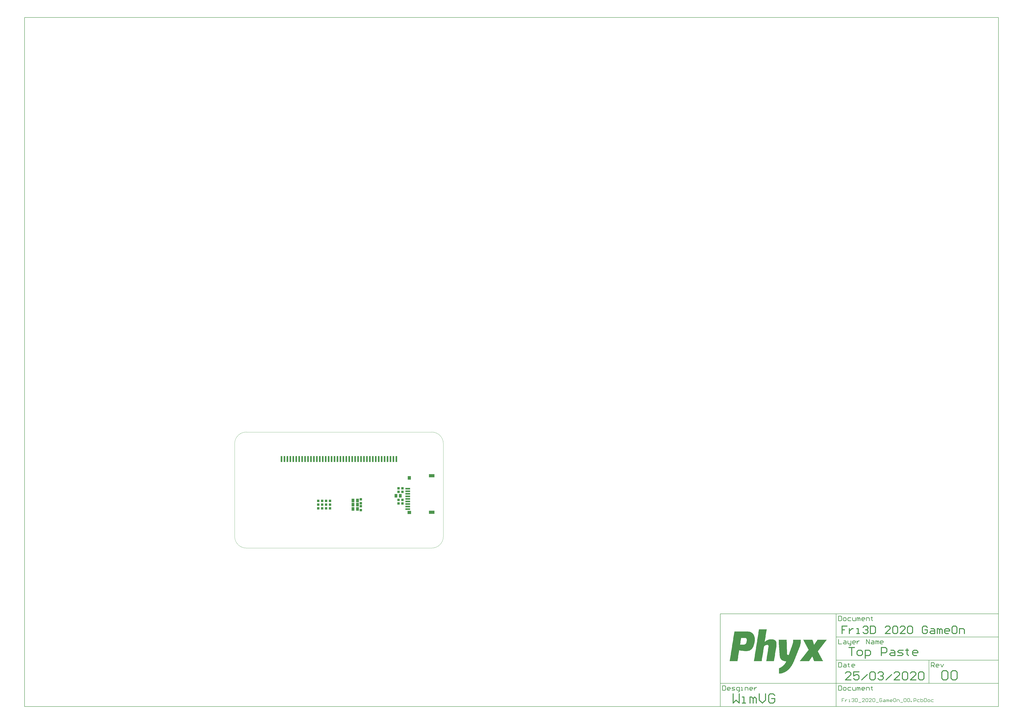
<source format=gtp>
G04*
G04 #@! TF.GenerationSoftware,Altium Limited,Altium Designer,20.0.13 (296)*
G04*
G04 Layer_Color=8421504*
%FSLAX25Y25*%
%MOIN*%
G70*
G01*
G75*
%ADD12C,0.00787*%
%ADD14C,0.01575*%
%ADD15C,0.00394*%
%ADD16C,0.00984*%
%ADD17R,0.03150X0.09843*%
%ADD18R,0.04331X0.03937*%
%ADD19R,0.07874X0.02756*%
%ADD20R,0.05512X0.06299*%
%ADD21R,0.06299X0.05512*%
%ADD22R,0.09449X0.05512*%
%ADD23R,0.03937X0.04331*%
%ADD24R,0.04724X0.05906*%
%ADD25R,0.05118X0.05906*%
G36*
X872201Y-141778D02*
X873919D01*
Y-142065D01*
X874778D01*
Y-142351D01*
X875637D01*
Y-142637D01*
X876496D01*
Y-142924D01*
X877069D01*
Y-143210D01*
X877355D01*
Y-143496D01*
X877928D01*
Y-143783D01*
X878214D01*
Y-144069D01*
X878786D01*
Y-144355D01*
X879073D01*
Y-144641D01*
X879359D01*
Y-144928D01*
X879646D01*
Y-145214D01*
X879932D01*
Y-145501D01*
X880218D01*
Y-145787D01*
X880504D01*
Y-146073D01*
Y-146359D01*
X880791D01*
Y-146646D01*
X881077D01*
Y-146932D01*
Y-147218D01*
X881363D01*
Y-147505D01*
X881650D01*
Y-147791D01*
Y-148077D01*
X881936D01*
Y-148364D01*
Y-148650D01*
Y-148936D01*
X882222D01*
Y-149223D01*
Y-149509D01*
Y-149795D01*
X882509D01*
Y-150082D01*
Y-150368D01*
Y-150654D01*
Y-150940D01*
X882795D01*
Y-151227D01*
Y-151513D01*
Y-151799D01*
Y-152086D01*
Y-152372D01*
X883081D01*
Y-152658D01*
Y-152945D01*
Y-153231D01*
Y-153517D01*
Y-153804D01*
Y-154090D01*
Y-154376D01*
Y-154663D01*
Y-154949D01*
Y-155235D01*
Y-155521D01*
Y-155808D01*
Y-156094D01*
Y-156380D01*
Y-156667D01*
Y-156953D01*
Y-157239D01*
Y-157526D01*
Y-157812D01*
Y-158098D01*
X882795D01*
Y-158385D01*
Y-158671D01*
Y-158957D01*
Y-159244D01*
Y-159530D01*
Y-159816D01*
Y-160102D01*
X882509D01*
Y-160389D01*
Y-160675D01*
Y-160961D01*
Y-161248D01*
Y-161534D01*
X882222D01*
Y-161820D01*
Y-162107D01*
Y-162393D01*
Y-162679D01*
Y-162966D01*
X881936D01*
Y-163252D01*
Y-163538D01*
Y-163824D01*
X881650D01*
Y-164111D01*
Y-164397D01*
Y-164683D01*
Y-164970D01*
X881363D01*
Y-165256D01*
Y-165542D01*
Y-165829D01*
X881077D01*
Y-166115D01*
Y-166401D01*
X880791D01*
Y-166688D01*
Y-166974D01*
Y-167260D01*
X880504D01*
Y-167547D01*
Y-167833D01*
X880218D01*
Y-168119D01*
Y-168405D01*
X879932D01*
Y-168692D01*
Y-168978D01*
X879646D01*
Y-169264D01*
X879359D01*
Y-169551D01*
Y-169837D01*
X879073D01*
Y-170123D01*
X878786D01*
Y-170410D01*
X878500D01*
Y-170696D01*
Y-170982D01*
X878214D01*
Y-171269D01*
X877928D01*
Y-171555D01*
X877641D01*
Y-171841D01*
X877355D01*
Y-172127D01*
X877069D01*
Y-172414D01*
X876496D01*
Y-172700D01*
X876210D01*
Y-172986D01*
X875637D01*
Y-173273D01*
X875351D01*
Y-173559D01*
X874778D01*
Y-173845D01*
X873919D01*
Y-174132D01*
X873060D01*
Y-174418D01*
X872201D01*
Y-174704D01*
X870483D01*
Y-174991D01*
X865330D01*
Y-174704D01*
X862753D01*
Y-174418D01*
X860749D01*
Y-174132D01*
X859317D01*
Y-173845D01*
X857886D01*
Y-173559D01*
X856454D01*
Y-173845D01*
Y-174132D01*
Y-174418D01*
Y-174704D01*
Y-174991D01*
Y-175277D01*
Y-175563D01*
X856168D01*
Y-175850D01*
Y-176136D01*
Y-176422D01*
Y-176709D01*
Y-176995D01*
Y-177281D01*
X855882D01*
Y-177568D01*
Y-177854D01*
Y-178140D01*
Y-178426D01*
Y-178713D01*
Y-178999D01*
X855595D01*
Y-179285D01*
Y-179572D01*
Y-179858D01*
Y-180144D01*
Y-180431D01*
Y-180717D01*
Y-181003D01*
X855309D01*
Y-181290D01*
Y-181576D01*
Y-181862D01*
Y-182149D01*
Y-182435D01*
Y-182721D01*
X855023D01*
Y-183007D01*
Y-183294D01*
Y-183580D01*
Y-183866D01*
Y-184153D01*
Y-184439D01*
X854736D01*
Y-184725D01*
Y-185012D01*
Y-185298D01*
Y-185584D01*
Y-185871D01*
Y-186157D01*
Y-186443D01*
X854450D01*
Y-186730D01*
Y-187016D01*
Y-187302D01*
Y-187588D01*
Y-187875D01*
Y-188161D01*
X854164D01*
Y-188447D01*
Y-188734D01*
Y-189020D01*
Y-189306D01*
Y-189593D01*
Y-189879D01*
X853877D01*
Y-190165D01*
Y-190452D01*
Y-190738D01*
Y-191024D01*
Y-191311D01*
Y-191597D01*
Y-191883D01*
X840421D01*
Y-191597D01*
X840707D01*
Y-191311D01*
Y-191024D01*
Y-190738D01*
Y-190452D01*
Y-190165D01*
X840993D01*
Y-189879D01*
Y-189593D01*
Y-189306D01*
Y-189020D01*
Y-188734D01*
Y-188447D01*
Y-188161D01*
X841280D01*
Y-187875D01*
Y-187588D01*
Y-187302D01*
Y-187016D01*
Y-186730D01*
Y-186443D01*
X841566D01*
Y-186157D01*
Y-185871D01*
Y-185584D01*
Y-185298D01*
Y-185012D01*
Y-184725D01*
X841852D01*
Y-184439D01*
Y-184153D01*
Y-183866D01*
Y-183580D01*
Y-183294D01*
Y-183007D01*
Y-182721D01*
X842138D01*
Y-182435D01*
Y-182149D01*
Y-181862D01*
Y-181576D01*
Y-181290D01*
Y-181003D01*
X842425D01*
Y-180717D01*
Y-180431D01*
Y-180144D01*
Y-179858D01*
Y-179572D01*
Y-179285D01*
X842711D01*
Y-178999D01*
Y-178713D01*
Y-178426D01*
Y-178140D01*
Y-177854D01*
Y-177568D01*
X842997D01*
Y-177281D01*
Y-176995D01*
Y-176709D01*
Y-176422D01*
Y-176136D01*
Y-175850D01*
Y-175563D01*
X843284D01*
Y-175277D01*
Y-174991D01*
Y-174704D01*
Y-174418D01*
Y-174132D01*
Y-173845D01*
X843570D01*
Y-173559D01*
Y-173273D01*
Y-172986D01*
Y-172700D01*
Y-172414D01*
Y-172127D01*
X843856D01*
Y-171841D01*
Y-171555D01*
Y-171269D01*
Y-170982D01*
Y-170696D01*
Y-170410D01*
X844143D01*
Y-170123D01*
Y-169837D01*
Y-169551D01*
Y-169264D01*
Y-168978D01*
Y-168692D01*
Y-168405D01*
X844429D01*
Y-168119D01*
Y-167833D01*
Y-167547D01*
Y-167260D01*
Y-166974D01*
Y-166688D01*
X844715D01*
Y-166401D01*
Y-166115D01*
Y-165829D01*
Y-165542D01*
Y-165256D01*
Y-164970D01*
X845002D01*
Y-164683D01*
Y-164397D01*
Y-164111D01*
Y-163824D01*
Y-163538D01*
Y-163252D01*
Y-162966D01*
X845288D01*
Y-162679D01*
Y-162393D01*
Y-162107D01*
Y-161820D01*
Y-161534D01*
Y-161248D01*
X845574D01*
Y-160961D01*
Y-160675D01*
Y-160389D01*
Y-160102D01*
Y-159816D01*
Y-159530D01*
X845861D01*
Y-159244D01*
Y-158957D01*
Y-158671D01*
Y-158385D01*
Y-158098D01*
Y-157812D01*
X846147D01*
Y-157526D01*
Y-157239D01*
Y-156953D01*
Y-156667D01*
Y-156380D01*
Y-156094D01*
Y-155808D01*
X846433D01*
Y-155521D01*
Y-155235D01*
Y-154949D01*
Y-154663D01*
Y-154376D01*
Y-154090D01*
X846719D01*
Y-153804D01*
Y-153517D01*
Y-153231D01*
Y-152945D01*
Y-152658D01*
Y-152372D01*
X847006D01*
Y-152086D01*
Y-151799D01*
Y-151513D01*
Y-151227D01*
Y-150940D01*
Y-150654D01*
Y-150368D01*
X847292D01*
Y-150082D01*
Y-149795D01*
Y-149509D01*
Y-149223D01*
Y-148936D01*
Y-148650D01*
X847578D01*
Y-148364D01*
Y-148077D01*
Y-147791D01*
Y-147505D01*
Y-147218D01*
Y-146932D01*
X847865D01*
Y-146646D01*
Y-146359D01*
Y-146073D01*
Y-145787D01*
Y-145501D01*
Y-145214D01*
Y-144928D01*
X848151D01*
Y-144641D01*
Y-144355D01*
Y-144069D01*
Y-143783D01*
Y-143496D01*
Y-143210D01*
X848437D01*
Y-142924D01*
Y-142637D01*
Y-142351D01*
Y-142065D01*
Y-141778D01*
Y-141492D01*
X872201D01*
Y-141778D01*
D02*
G37*
G36*
X903409Y-138343D02*
Y-138629D01*
X903123D01*
Y-138915D01*
Y-139202D01*
Y-139488D01*
Y-139774D01*
Y-140060D01*
Y-140347D01*
X902837D01*
Y-140633D01*
Y-140919D01*
Y-141206D01*
Y-141492D01*
Y-141778D01*
Y-142065D01*
X902551D01*
Y-142351D01*
Y-142637D01*
Y-142924D01*
Y-143210D01*
Y-143496D01*
Y-143783D01*
Y-144069D01*
X902264D01*
Y-144355D01*
Y-144641D01*
Y-144928D01*
Y-145214D01*
Y-145501D01*
Y-145787D01*
X901978D01*
Y-146073D01*
Y-146359D01*
Y-146646D01*
Y-146932D01*
Y-147218D01*
Y-147505D01*
X901692D01*
Y-147791D01*
Y-148077D01*
Y-148364D01*
Y-148650D01*
Y-148936D01*
Y-149223D01*
Y-149509D01*
X901405D01*
Y-149795D01*
Y-150082D01*
Y-150368D01*
Y-150654D01*
Y-150940D01*
Y-151227D01*
X901119D01*
Y-151513D01*
Y-151799D01*
Y-152086D01*
Y-152372D01*
Y-152658D01*
Y-152945D01*
X900833D01*
Y-153231D01*
Y-153517D01*
Y-153804D01*
Y-154090D01*
Y-154376D01*
Y-154663D01*
X900546D01*
Y-154949D01*
Y-155235D01*
Y-155521D01*
Y-155808D01*
Y-156094D01*
Y-156380D01*
Y-156667D01*
X900260D01*
Y-156953D01*
Y-157239D01*
Y-157526D01*
Y-157812D01*
Y-158098D01*
Y-158385D01*
X899974D01*
Y-158671D01*
Y-158957D01*
X900546D01*
Y-158671D01*
X900833D01*
Y-158385D01*
X901119D01*
Y-158098D01*
X901692D01*
Y-157812D01*
X901978D01*
Y-157526D01*
X902264D01*
Y-157239D01*
X902837D01*
Y-156953D01*
X903409D01*
Y-156667D01*
X903696D01*
Y-156380D01*
X904268D01*
Y-156094D01*
X905127D01*
Y-155808D01*
X905700D01*
Y-155521D01*
X906559D01*
Y-155235D01*
X907990D01*
Y-154949D01*
X914289D01*
Y-155235D01*
X915435D01*
Y-155521D01*
X916294D01*
Y-155808D01*
X916866D01*
Y-156094D01*
X917153D01*
Y-156380D01*
X917725D01*
Y-156667D01*
X918011D01*
Y-156953D01*
X918298D01*
Y-157239D01*
X918584D01*
Y-157526D01*
X918870D01*
Y-157812D01*
Y-158098D01*
X919157D01*
Y-158385D01*
Y-158671D01*
X919443D01*
Y-158957D01*
Y-159244D01*
Y-159530D01*
X919729D01*
Y-159816D01*
Y-160102D01*
Y-160389D01*
Y-160675D01*
X920016D01*
Y-160961D01*
Y-161248D01*
Y-161534D01*
Y-161820D01*
Y-162107D01*
Y-162393D01*
Y-162679D01*
Y-162966D01*
Y-163252D01*
Y-163538D01*
Y-163824D01*
Y-164111D01*
Y-164397D01*
Y-164683D01*
Y-164970D01*
Y-165256D01*
Y-165542D01*
Y-165829D01*
X919729D01*
Y-166115D01*
Y-166401D01*
Y-166688D01*
Y-166974D01*
Y-167260D01*
Y-167547D01*
Y-167833D01*
X919443D01*
Y-168119D01*
Y-168405D01*
Y-168692D01*
Y-168978D01*
Y-169264D01*
Y-169551D01*
Y-169837D01*
X919157D01*
Y-170123D01*
Y-170410D01*
Y-170696D01*
Y-170982D01*
Y-171269D01*
Y-171555D01*
X918870D01*
Y-171841D01*
Y-172127D01*
Y-172414D01*
Y-172700D01*
Y-172986D01*
Y-173273D01*
X918584D01*
Y-173559D01*
Y-173845D01*
Y-174132D01*
Y-174418D01*
Y-174704D01*
Y-174991D01*
X918298D01*
Y-175277D01*
Y-175563D01*
Y-175850D01*
Y-176136D01*
Y-176422D01*
Y-176709D01*
Y-176995D01*
X918011D01*
Y-177281D01*
Y-177568D01*
Y-177854D01*
Y-178140D01*
Y-178426D01*
Y-178713D01*
X917725D01*
Y-178999D01*
Y-179285D01*
Y-179572D01*
Y-179858D01*
Y-180144D01*
Y-180431D01*
X917439D01*
Y-180717D01*
Y-181003D01*
Y-181290D01*
Y-181576D01*
Y-181862D01*
Y-182149D01*
Y-182435D01*
X917153D01*
Y-182721D01*
Y-183007D01*
Y-183294D01*
Y-183580D01*
Y-183866D01*
Y-184153D01*
X916866D01*
Y-184439D01*
Y-184725D01*
Y-185012D01*
Y-185298D01*
Y-185584D01*
Y-185871D01*
X916580D01*
Y-186157D01*
Y-186443D01*
Y-186730D01*
Y-187016D01*
Y-187302D01*
Y-187588D01*
X916294D01*
Y-187875D01*
Y-188161D01*
Y-188447D01*
Y-188734D01*
Y-189020D01*
Y-189306D01*
Y-189593D01*
X916007D01*
Y-189879D01*
Y-190165D01*
Y-190452D01*
Y-190738D01*
Y-191024D01*
Y-191311D01*
X915721D01*
Y-191597D01*
Y-191883D01*
X902551D01*
Y-191597D01*
Y-191311D01*
X902837D01*
Y-191024D01*
Y-190738D01*
Y-190452D01*
Y-190165D01*
Y-189879D01*
Y-189593D01*
X903123D01*
Y-189306D01*
Y-189020D01*
Y-188734D01*
Y-188447D01*
Y-188161D01*
Y-187875D01*
Y-187588D01*
X903409D01*
Y-187302D01*
Y-187016D01*
Y-186730D01*
Y-186443D01*
Y-186157D01*
Y-185871D01*
X903696D01*
Y-185584D01*
Y-185298D01*
Y-185012D01*
Y-184725D01*
Y-184439D01*
Y-184153D01*
X903982D01*
Y-183866D01*
Y-183580D01*
Y-183294D01*
Y-183007D01*
Y-182721D01*
Y-182435D01*
Y-182149D01*
X904268D01*
Y-181862D01*
Y-181576D01*
Y-181290D01*
Y-181003D01*
Y-180717D01*
Y-180431D01*
X904555D01*
Y-180144D01*
Y-179858D01*
Y-179572D01*
Y-179285D01*
Y-178999D01*
Y-178713D01*
Y-178426D01*
X904841D01*
Y-178140D01*
Y-177854D01*
Y-177568D01*
Y-177281D01*
Y-176995D01*
Y-176709D01*
X905127D01*
Y-176422D01*
Y-176136D01*
Y-175850D01*
Y-175563D01*
Y-175277D01*
Y-174991D01*
X905414D01*
Y-174704D01*
Y-174418D01*
Y-174132D01*
Y-173845D01*
Y-173559D01*
Y-173273D01*
X905700D01*
Y-172986D01*
Y-172700D01*
Y-172414D01*
Y-172127D01*
Y-171841D01*
Y-171555D01*
Y-171269D01*
X905986D01*
Y-170982D01*
Y-170696D01*
Y-170410D01*
Y-170123D01*
Y-169837D01*
Y-169551D01*
X906273D01*
Y-169264D01*
Y-168978D01*
Y-168692D01*
Y-168405D01*
Y-168119D01*
Y-167833D01*
Y-167547D01*
X906559D01*
Y-167260D01*
Y-166974D01*
Y-166688D01*
Y-166401D01*
Y-166115D01*
Y-165829D01*
X906273D01*
Y-165542D01*
Y-165256D01*
X905986D01*
Y-164970D01*
X905700D01*
Y-164683D01*
X905127D01*
Y-164397D01*
X903409D01*
Y-164683D01*
X901978D01*
Y-164970D01*
X901119D01*
Y-165256D01*
X900546D01*
Y-165542D01*
X900260D01*
Y-165829D01*
X899687D01*
Y-166115D01*
X899401D01*
Y-166401D01*
X899115D01*
Y-166688D01*
Y-166974D01*
X898828D01*
Y-167260D01*
Y-167547D01*
Y-167833D01*
X898542D01*
Y-168119D01*
Y-168405D01*
Y-168692D01*
Y-168978D01*
Y-169264D01*
Y-169551D01*
X898256D01*
Y-169837D01*
Y-170123D01*
Y-170410D01*
Y-170696D01*
Y-170982D01*
Y-171269D01*
Y-171555D01*
X897970D01*
Y-171841D01*
Y-172127D01*
Y-172414D01*
Y-172700D01*
Y-172986D01*
Y-173273D01*
X897683D01*
Y-173559D01*
Y-173845D01*
Y-174132D01*
Y-174418D01*
Y-174704D01*
Y-174991D01*
X897397D01*
Y-175277D01*
Y-175563D01*
Y-175850D01*
Y-176136D01*
Y-176422D01*
Y-176709D01*
X897111D01*
Y-176995D01*
Y-177281D01*
Y-177568D01*
Y-177854D01*
Y-178140D01*
Y-178426D01*
Y-178713D01*
X896824D01*
Y-178999D01*
Y-179285D01*
Y-179572D01*
Y-179858D01*
Y-180144D01*
Y-180431D01*
X896538D01*
Y-180717D01*
Y-181003D01*
Y-181290D01*
Y-181576D01*
Y-181862D01*
Y-182149D01*
X896252D01*
Y-182435D01*
Y-182721D01*
Y-183007D01*
Y-183294D01*
Y-183580D01*
Y-183866D01*
Y-184153D01*
X895965D01*
Y-184439D01*
Y-184725D01*
Y-185012D01*
Y-185298D01*
Y-185584D01*
Y-185871D01*
X895679D01*
Y-186157D01*
Y-186443D01*
Y-186730D01*
Y-187016D01*
Y-187302D01*
Y-187588D01*
X895393D01*
Y-187875D01*
Y-188161D01*
Y-188447D01*
Y-188734D01*
Y-189020D01*
Y-189306D01*
X895106D01*
Y-189593D01*
Y-189879D01*
Y-190165D01*
Y-190452D01*
Y-190738D01*
Y-191024D01*
Y-191311D01*
X894820D01*
Y-191597D01*
Y-191883D01*
X881650D01*
Y-191597D01*
Y-191311D01*
X881936D01*
Y-191024D01*
Y-190738D01*
Y-190452D01*
Y-190165D01*
Y-189879D01*
Y-189593D01*
Y-189306D01*
X882222D01*
Y-189020D01*
Y-188734D01*
Y-188447D01*
Y-188161D01*
Y-187875D01*
Y-187588D01*
X882509D01*
Y-187302D01*
Y-187016D01*
Y-186730D01*
Y-186443D01*
Y-186157D01*
Y-185871D01*
X882795D01*
Y-185584D01*
Y-185298D01*
Y-185012D01*
Y-184725D01*
Y-184439D01*
Y-184153D01*
Y-183866D01*
X883081D01*
Y-183580D01*
Y-183294D01*
Y-183007D01*
Y-182721D01*
Y-182435D01*
Y-182149D01*
X883368D01*
Y-181862D01*
Y-181576D01*
Y-181290D01*
Y-181003D01*
Y-180717D01*
Y-180431D01*
X883654D01*
Y-180144D01*
Y-179858D01*
Y-179572D01*
Y-179285D01*
Y-178999D01*
Y-178713D01*
X883940D01*
Y-178426D01*
Y-178140D01*
Y-177854D01*
Y-177568D01*
Y-177281D01*
Y-176995D01*
Y-176709D01*
X884227D01*
Y-176422D01*
Y-176136D01*
Y-175850D01*
Y-175563D01*
Y-175277D01*
Y-174991D01*
X884513D01*
Y-174704D01*
Y-174418D01*
Y-174132D01*
Y-173845D01*
Y-173559D01*
Y-173273D01*
X884799D01*
Y-172986D01*
Y-172700D01*
Y-172414D01*
Y-172127D01*
Y-171841D01*
Y-171555D01*
Y-171269D01*
X885085D01*
Y-170982D01*
Y-170696D01*
Y-170410D01*
Y-170123D01*
Y-169837D01*
Y-169551D01*
X885372D01*
Y-169264D01*
Y-168978D01*
Y-168692D01*
Y-168405D01*
Y-168119D01*
Y-167833D01*
X885658D01*
Y-167547D01*
Y-167260D01*
Y-166974D01*
Y-166688D01*
Y-166401D01*
Y-166115D01*
X885944D01*
Y-165829D01*
Y-165542D01*
Y-165256D01*
Y-164970D01*
Y-164683D01*
Y-164397D01*
Y-164111D01*
X886231D01*
Y-163824D01*
Y-163538D01*
Y-163252D01*
Y-162966D01*
Y-162679D01*
Y-162393D01*
X886517D01*
Y-162107D01*
Y-161820D01*
Y-161534D01*
Y-161248D01*
Y-160961D01*
Y-160675D01*
X886803D01*
Y-160389D01*
Y-160102D01*
Y-159816D01*
Y-159530D01*
Y-159244D01*
Y-158957D01*
X887090D01*
Y-158671D01*
Y-158385D01*
Y-158098D01*
Y-157812D01*
Y-157526D01*
Y-157239D01*
Y-156953D01*
X887376D01*
Y-156667D01*
Y-156380D01*
Y-156094D01*
Y-155808D01*
Y-155521D01*
Y-155235D01*
X887662D01*
Y-154949D01*
Y-154663D01*
Y-154376D01*
Y-154090D01*
Y-153804D01*
Y-153517D01*
X887949D01*
Y-153231D01*
Y-152945D01*
Y-152658D01*
Y-152372D01*
Y-152086D01*
Y-151799D01*
Y-151513D01*
X888235D01*
Y-151227D01*
Y-150940D01*
Y-150654D01*
Y-150368D01*
Y-150082D01*
Y-149795D01*
X888521D01*
Y-149509D01*
Y-149223D01*
Y-148936D01*
Y-148650D01*
Y-148364D01*
Y-148077D01*
X888807D01*
Y-147791D01*
Y-147505D01*
Y-147218D01*
Y-146932D01*
Y-146646D01*
Y-146359D01*
X889094D01*
Y-146073D01*
Y-145787D01*
Y-145501D01*
Y-145214D01*
Y-144928D01*
Y-144641D01*
Y-144355D01*
X889380D01*
Y-144069D01*
Y-143783D01*
Y-143496D01*
Y-143210D01*
Y-142924D01*
Y-142637D01*
X889666D01*
Y-142351D01*
Y-142065D01*
Y-141778D01*
Y-141492D01*
Y-141206D01*
Y-140919D01*
X889953D01*
Y-140633D01*
Y-140347D01*
Y-140060D01*
Y-139774D01*
Y-139488D01*
Y-139202D01*
Y-138915D01*
X890239D01*
Y-138629D01*
Y-138343D01*
Y-138056D01*
X903409D01*
Y-138343D01*
D02*
G37*
G36*
X1005337Y-155808D02*
X1005050D01*
Y-156094D01*
X1004764D01*
Y-156380D01*
Y-156667D01*
X1004478D01*
Y-156953D01*
X1004192D01*
Y-157239D01*
X1003905D01*
Y-157526D01*
Y-157812D01*
X1003619D01*
Y-158098D01*
X1003333D01*
Y-158385D01*
X1003046D01*
Y-158671D01*
X1002760D01*
Y-158957D01*
Y-159244D01*
X1002474D01*
Y-159530D01*
X1002187D01*
Y-159816D01*
X1001901D01*
Y-160102D01*
Y-160389D01*
X1001615D01*
Y-160675D01*
X1001328D01*
Y-160961D01*
X1001042D01*
Y-161248D01*
X1000756D01*
Y-161534D01*
Y-161820D01*
X1000469D01*
Y-162107D01*
X1000183D01*
Y-162393D01*
X999897D01*
Y-162679D01*
Y-162966D01*
X999611D01*
Y-163252D01*
X999324D01*
Y-163538D01*
X999038D01*
Y-163824D01*
Y-164111D01*
X998752D01*
Y-164397D01*
X998465D01*
Y-164683D01*
X998179D01*
Y-164970D01*
X997893D01*
Y-165256D01*
Y-165542D01*
X997606D01*
Y-165829D01*
X997320D01*
Y-166115D01*
X997034D01*
Y-166401D01*
Y-166688D01*
X996747D01*
Y-166974D01*
X996461D01*
Y-167260D01*
X996175D01*
Y-167547D01*
Y-167833D01*
X995889D01*
Y-168119D01*
X995602D01*
Y-168405D01*
X995316D01*
Y-168692D01*
X995030D01*
Y-168978D01*
Y-169264D01*
X994743D01*
Y-169551D01*
X994457D01*
Y-169837D01*
X994171D01*
Y-170123D01*
Y-170410D01*
X993884D01*
Y-170696D01*
X993598D01*
Y-170982D01*
X993312D01*
Y-171269D01*
Y-171555D01*
X993025D01*
Y-171841D01*
X992739D01*
Y-172127D01*
X992453D01*
Y-172414D01*
X992166D01*
Y-172700D01*
Y-172986D01*
X991880D01*
Y-173273D01*
X991594D01*
Y-173559D01*
X991308D01*
Y-173845D01*
Y-174132D01*
X991021D01*
Y-174418D01*
X990735D01*
Y-174704D01*
X990449D01*
Y-174991D01*
X990162D01*
Y-175277D01*
Y-175563D01*
X990449D01*
Y-175850D01*
Y-176136D01*
X990735D01*
Y-176422D01*
Y-176709D01*
X991021D01*
Y-176995D01*
X991308D01*
Y-177281D01*
Y-177568D01*
X991594D01*
Y-177854D01*
Y-178140D01*
X991880D01*
Y-178426D01*
Y-178713D01*
X992166D01*
Y-178999D01*
Y-179285D01*
X992453D01*
Y-179572D01*
Y-179858D01*
X992739D01*
Y-180144D01*
Y-180431D01*
X993025D01*
Y-180717D01*
Y-181003D01*
X993312D01*
Y-181290D01*
Y-181576D01*
X993598D01*
Y-181862D01*
X993884D01*
Y-182149D01*
Y-182435D01*
X994171D01*
Y-182721D01*
Y-183007D01*
X994457D01*
Y-183294D01*
Y-183580D01*
X994743D01*
Y-183866D01*
Y-184153D01*
X995030D01*
Y-184439D01*
Y-184725D01*
X995316D01*
Y-185012D01*
Y-185298D01*
X995602D01*
Y-185584D01*
Y-185871D01*
X995889D01*
Y-186157D01*
X996175D01*
Y-186443D01*
Y-186730D01*
X996461D01*
Y-187016D01*
Y-187302D01*
X996747D01*
Y-187588D01*
Y-187875D01*
X997034D01*
Y-188161D01*
Y-188447D01*
X997320D01*
Y-188734D01*
Y-189020D01*
X997606D01*
Y-189306D01*
Y-189593D01*
X997893D01*
Y-189879D01*
Y-190165D01*
X998179D01*
Y-190452D01*
X998465D01*
Y-190738D01*
Y-191024D01*
X998752D01*
Y-191311D01*
Y-191597D01*
X999038D01*
Y-191883D01*
X983863D01*
Y-191597D01*
X983577D01*
Y-191311D01*
Y-191024D01*
Y-190738D01*
X983291D01*
Y-190452D01*
Y-190165D01*
Y-189879D01*
X983004D01*
Y-189593D01*
Y-189306D01*
X982718D01*
Y-189020D01*
Y-188734D01*
Y-188447D01*
X982432D01*
Y-188161D01*
Y-187875D01*
Y-187588D01*
X982146D01*
Y-187302D01*
Y-187016D01*
X981859D01*
Y-186730D01*
Y-186443D01*
Y-186157D01*
X981573D01*
Y-185871D01*
Y-185584D01*
Y-185298D01*
X981287D01*
Y-185012D01*
Y-184725D01*
Y-184439D01*
X981000D01*
Y-184153D01*
X980428D01*
Y-184439D01*
Y-184725D01*
X980141D01*
Y-185012D01*
X979855D01*
Y-185298D01*
Y-185584D01*
X979569D01*
Y-185871D01*
X979282D01*
Y-186157D01*
Y-186443D01*
X978996D01*
Y-186730D01*
X978710D01*
Y-187016D01*
Y-187302D01*
X978423D01*
Y-187588D01*
X978137D01*
Y-187875D01*
X977851D01*
Y-188161D01*
Y-188447D01*
X977565D01*
Y-188734D01*
X977278D01*
Y-189020D01*
Y-189306D01*
X976992D01*
Y-189593D01*
X976705D01*
Y-189879D01*
Y-190165D01*
X976419D01*
Y-190452D01*
X976133D01*
Y-190738D01*
Y-191024D01*
X975847D01*
Y-191311D01*
X975560D01*
Y-191597D01*
Y-191883D01*
X959527D01*
Y-191597D01*
X959813D01*
Y-191311D01*
X960099D01*
Y-191024D01*
X960386D01*
Y-190738D01*
X960672D01*
Y-190452D01*
Y-190165D01*
X960958D01*
Y-189879D01*
X961245D01*
Y-189593D01*
X961531D01*
Y-189306D01*
X961817D01*
Y-189020D01*
Y-188734D01*
X962104D01*
Y-188447D01*
X962390D01*
Y-188161D01*
X962676D01*
Y-187875D01*
Y-187588D01*
X962963D01*
Y-187302D01*
X963249D01*
Y-187016D01*
X963535D01*
Y-186730D01*
X963822D01*
Y-186443D01*
Y-186157D01*
X964108D01*
Y-185871D01*
X964394D01*
Y-185584D01*
X964680D01*
Y-185298D01*
X964967D01*
Y-185012D01*
Y-184725D01*
X965253D01*
Y-184439D01*
X965539D01*
Y-184153D01*
X965826D01*
Y-183866D01*
Y-183580D01*
X966112D01*
Y-183294D01*
X966398D01*
Y-183007D01*
X966685D01*
Y-182721D01*
X966971D01*
Y-182435D01*
Y-182149D01*
X967257D01*
Y-181862D01*
X967544D01*
Y-181576D01*
X967830D01*
Y-181290D01*
Y-181003D01*
X968116D01*
Y-180717D01*
X968402D01*
Y-180431D01*
X968689D01*
Y-180144D01*
X968975D01*
Y-179858D01*
Y-179572D01*
X969261D01*
Y-179285D01*
X969548D01*
Y-178999D01*
X969834D01*
Y-178713D01*
Y-178426D01*
X970120D01*
Y-178140D01*
X970407D01*
Y-177854D01*
X970693D01*
Y-177568D01*
X970979D01*
Y-177281D01*
Y-176995D01*
X971266D01*
Y-176709D01*
X971552D01*
Y-176422D01*
X971838D01*
Y-176136D01*
X972124D01*
Y-175850D01*
Y-175563D01*
X972411D01*
Y-175277D01*
X972697D01*
Y-174991D01*
X972983D01*
Y-174704D01*
Y-174418D01*
X973270D01*
Y-174132D01*
X973556D01*
Y-173845D01*
X973842D01*
Y-173559D01*
X974129D01*
Y-173273D01*
Y-172986D01*
X974415D01*
Y-172700D01*
Y-172414D01*
Y-172127D01*
X974129D01*
Y-171841D01*
X973842D01*
Y-171555D01*
Y-171269D01*
X973556D01*
Y-170982D01*
Y-170696D01*
X973270D01*
Y-170410D01*
Y-170123D01*
X972983D01*
Y-169837D01*
Y-169551D01*
X972697D01*
Y-169264D01*
Y-168978D01*
X972411D01*
Y-168692D01*
Y-168405D01*
X972124D01*
Y-168119D01*
X971838D01*
Y-167833D01*
Y-167547D01*
X971552D01*
Y-167260D01*
Y-166974D01*
X971266D01*
Y-166688D01*
Y-166401D01*
X970979D01*
Y-166115D01*
Y-165829D01*
X970693D01*
Y-165542D01*
Y-165256D01*
X970407D01*
Y-164970D01*
Y-164683D01*
X970120D01*
Y-164397D01*
X969834D01*
Y-164111D01*
Y-163824D01*
X969548D01*
Y-163538D01*
Y-163252D01*
X969261D01*
Y-162966D01*
Y-162679D01*
X968975D01*
Y-162393D01*
Y-162107D01*
X968689D01*
Y-161820D01*
Y-161534D01*
X968402D01*
Y-161248D01*
Y-160961D01*
X968116D01*
Y-160675D01*
Y-160389D01*
X967830D01*
Y-160102D01*
X967544D01*
Y-159816D01*
Y-159530D01*
X967257D01*
Y-159244D01*
Y-158957D01*
X966971D01*
Y-158671D01*
Y-158385D01*
X966685D01*
Y-158098D01*
Y-157812D01*
X966398D01*
Y-157526D01*
Y-157239D01*
X966112D01*
Y-156953D01*
Y-156667D01*
X965826D01*
Y-156380D01*
X965539D01*
Y-156094D01*
Y-155808D01*
X965253D01*
Y-155521D01*
X981000D01*
Y-155808D01*
X981287D01*
Y-156094D01*
Y-156380D01*
Y-156667D01*
X981573D01*
Y-156953D01*
Y-157239D01*
Y-157526D01*
X981859D01*
Y-157812D01*
Y-158098D01*
Y-158385D01*
X982146D01*
Y-158671D01*
Y-158957D01*
Y-159244D01*
X982432D01*
Y-159530D01*
Y-159816D01*
Y-160102D01*
X982718D01*
Y-160389D01*
Y-160675D01*
Y-160961D01*
X983004D01*
Y-161248D01*
Y-161534D01*
Y-161820D01*
X983291D01*
Y-162107D01*
Y-162393D01*
Y-162679D01*
X983577D01*
Y-162966D01*
Y-163252D01*
Y-163538D01*
Y-163824D01*
X984150D01*
Y-163538D01*
X984436D01*
Y-163252D01*
X984722D01*
Y-162966D01*
Y-162679D01*
X985009D01*
Y-162393D01*
X985295D01*
Y-162107D01*
Y-161820D01*
X985581D01*
Y-161534D01*
X985868D01*
Y-161248D01*
Y-160961D01*
X986154D01*
Y-160675D01*
X986440D01*
Y-160389D01*
Y-160102D01*
X986726D01*
Y-159816D01*
X987013D01*
Y-159530D01*
Y-159244D01*
X987299D01*
Y-158957D01*
X987585D01*
Y-158671D01*
Y-158385D01*
X987872D01*
Y-158098D01*
X988158D01*
Y-157812D01*
Y-157526D01*
X988444D01*
Y-157239D01*
X988731D01*
Y-156953D01*
Y-156667D01*
X989017D01*
Y-156380D01*
X989303D01*
Y-156094D01*
Y-155808D01*
X989590D01*
Y-155521D01*
X1005337D01*
Y-155808D01*
D02*
G37*
G36*
X961245D02*
Y-156094D01*
Y-156380D01*
Y-156667D01*
Y-156953D01*
Y-157239D01*
Y-157526D01*
Y-157812D01*
Y-158098D01*
Y-158385D01*
Y-158671D01*
Y-158957D01*
Y-159244D01*
Y-159530D01*
Y-159816D01*
Y-160102D01*
Y-160389D01*
Y-160675D01*
Y-160961D01*
Y-161248D01*
Y-161534D01*
X960958D01*
Y-161820D01*
Y-162107D01*
Y-162393D01*
Y-162679D01*
Y-162966D01*
X960672D01*
Y-163252D01*
Y-163538D01*
Y-163824D01*
Y-164111D01*
X960386D01*
Y-164397D01*
Y-164683D01*
Y-164970D01*
Y-165256D01*
X960099D01*
Y-165542D01*
Y-165829D01*
Y-166115D01*
X959813D01*
Y-166401D01*
Y-166688D01*
Y-166974D01*
X959527D01*
Y-167260D01*
Y-167547D01*
Y-167833D01*
X959241D01*
Y-168119D01*
Y-168405D01*
Y-168692D01*
X958954D01*
Y-168978D01*
Y-169264D01*
X958668D01*
Y-169551D01*
Y-169837D01*
X958381D01*
Y-170123D01*
Y-170410D01*
Y-170696D01*
X958095D01*
Y-170982D01*
Y-171269D01*
X957809D01*
Y-171555D01*
Y-171841D01*
Y-172127D01*
X957523D01*
Y-172414D01*
Y-172700D01*
X957236D01*
Y-172986D01*
Y-173273D01*
Y-173559D01*
X956950D01*
Y-173845D01*
Y-174132D01*
X956664D01*
Y-174418D01*
Y-174704D01*
Y-174991D01*
X956377D01*
Y-175277D01*
Y-175563D01*
X956091D01*
Y-175850D01*
Y-176136D01*
Y-176422D01*
X955805D01*
Y-176709D01*
Y-176995D01*
X955518D01*
Y-177281D01*
Y-177568D01*
Y-177854D01*
X955232D01*
Y-178140D01*
Y-178426D01*
X954946D01*
Y-178713D01*
Y-178999D01*
Y-179285D01*
X954659D01*
Y-179572D01*
Y-179858D01*
X954373D01*
Y-180144D01*
Y-180431D01*
Y-180717D01*
X954087D01*
Y-181003D01*
Y-181290D01*
X953800D01*
Y-181576D01*
Y-181862D01*
Y-182149D01*
X953514D01*
Y-182435D01*
Y-182721D01*
X953228D01*
Y-183007D01*
Y-183294D01*
Y-183580D01*
X952942D01*
Y-183866D01*
Y-184153D01*
X952655D01*
Y-184439D01*
Y-184725D01*
Y-185012D01*
X952369D01*
Y-185298D01*
Y-185584D01*
X952083D01*
Y-185871D01*
Y-186157D01*
Y-186443D01*
X951796D01*
Y-186730D01*
Y-187016D01*
X951510D01*
Y-187302D01*
Y-187588D01*
Y-187875D01*
X951224D01*
Y-188161D01*
Y-188447D01*
X950937D01*
Y-188734D01*
Y-189020D01*
Y-189306D01*
X950651D01*
Y-189593D01*
Y-189879D01*
X950365D01*
Y-190165D01*
Y-190452D01*
Y-190738D01*
X950078D01*
Y-191024D01*
Y-191311D01*
X949792D01*
Y-191597D01*
Y-191883D01*
Y-192169D01*
X949506D01*
Y-192456D01*
Y-192742D01*
X949220D01*
Y-193028D01*
Y-193315D01*
X948933D01*
Y-193601D01*
Y-193887D01*
X948647D01*
Y-194174D01*
Y-194460D01*
Y-194746D01*
X948361D01*
Y-195033D01*
X948074D01*
Y-195319D01*
Y-195605D01*
Y-195891D01*
X947788D01*
Y-196178D01*
X947502D01*
Y-196464D01*
Y-196750D01*
X947215D01*
Y-197037D01*
Y-197323D01*
X946929D01*
Y-197609D01*
Y-197896D01*
X946643D01*
Y-198182D01*
Y-198468D01*
X946356D01*
Y-198755D01*
X946070D01*
Y-199041D01*
Y-199327D01*
X945784D01*
Y-199614D01*
Y-199900D01*
X945497D01*
Y-200186D01*
X945211D01*
Y-200472D01*
X944925D01*
Y-200759D01*
Y-201045D01*
X944639D01*
Y-201331D01*
X944352D01*
Y-201618D01*
Y-201904D01*
X944066D01*
Y-202190D01*
X943780D01*
Y-202477D01*
X943493D01*
Y-202763D01*
Y-203049D01*
X943207D01*
Y-203336D01*
X942921D01*
Y-203622D01*
X942634D01*
Y-203908D01*
X942348D01*
Y-204195D01*
X942062D01*
Y-204481D01*
Y-204767D01*
X941775D01*
Y-205053D01*
X941489D01*
Y-205340D01*
X941203D01*
Y-205626D01*
X940916D01*
Y-205912D01*
X940630D01*
Y-206199D01*
X940344D01*
Y-206485D01*
X940057D01*
Y-206771D01*
X939485D01*
Y-207058D01*
X939199D01*
Y-207344D01*
X938912D01*
Y-207630D01*
X938626D01*
Y-207917D01*
X938340D01*
Y-208203D01*
X937767D01*
Y-208489D01*
X937481D01*
Y-208776D01*
X936908D01*
Y-209062D01*
X936622D01*
Y-209348D01*
X936049D01*
Y-209634D01*
X935763D01*
Y-209921D01*
X935190D01*
Y-210207D01*
X934618D01*
Y-210493D01*
X934045D01*
Y-210780D01*
X933472D01*
Y-211066D01*
X932900D01*
Y-211352D01*
X932041D01*
Y-211639D01*
X931468D01*
Y-211925D01*
X930609D01*
Y-212211D01*
X929464D01*
Y-212498D01*
X928319D01*
Y-212784D01*
X926601D01*
Y-213070D01*
X924597D01*
Y-213357D01*
X924310D01*
Y-213070D01*
Y-212784D01*
Y-212498D01*
Y-212211D01*
Y-211925D01*
Y-211639D01*
Y-211352D01*
Y-211066D01*
Y-210780D01*
Y-210493D01*
Y-210207D01*
Y-209921D01*
Y-209634D01*
Y-209348D01*
Y-209062D01*
Y-208776D01*
Y-208489D01*
Y-208203D01*
Y-207917D01*
Y-207630D01*
Y-207344D01*
Y-207058D01*
Y-206771D01*
Y-206485D01*
Y-206199D01*
Y-205912D01*
Y-205626D01*
Y-205340D01*
Y-205053D01*
Y-204767D01*
Y-204481D01*
Y-204195D01*
Y-203908D01*
X924883D01*
Y-203622D01*
X925455D01*
Y-203336D01*
X926028D01*
Y-203049D01*
X926601D01*
Y-202763D01*
X927173D01*
Y-202477D01*
X927746D01*
Y-202190D01*
X928032D01*
Y-201904D01*
X928605D01*
Y-201618D01*
X928891D01*
Y-201331D01*
X929464D01*
Y-201045D01*
X929750D01*
Y-200759D01*
X930037D01*
Y-200472D01*
X930609D01*
Y-200186D01*
X930896D01*
Y-199900D01*
X931182D01*
Y-199614D01*
X931468D01*
Y-199327D01*
X931754D01*
Y-199041D01*
X932041D01*
Y-198755D01*
X932327D01*
Y-198468D01*
X932613D01*
Y-198182D01*
X932900D01*
Y-197896D01*
X933186D01*
Y-197609D01*
X933472D01*
Y-197323D01*
X933759D01*
Y-197037D01*
Y-196750D01*
X934045D01*
Y-196464D01*
X934331D01*
Y-196178D01*
X934618D01*
Y-195891D01*
Y-195605D01*
X934904D01*
Y-195319D01*
X935190D01*
Y-195033D01*
Y-194746D01*
X935476D01*
Y-194460D01*
Y-194174D01*
X935763D01*
Y-193887D01*
X936049D01*
Y-193601D01*
Y-193315D01*
X936335D01*
Y-193028D01*
Y-192742D01*
X936622D01*
Y-192456D01*
Y-192169D01*
X934904D01*
Y-191883D01*
X932900D01*
Y-191597D01*
X931754D01*
Y-191311D01*
X931182D01*
Y-191024D01*
X930323D01*
Y-190738D01*
X929750D01*
Y-190452D01*
X929464D01*
Y-190165D01*
X928891D01*
Y-189879D01*
X928605D01*
Y-189593D01*
X928319D01*
Y-189306D01*
X928032D01*
Y-189020D01*
X927746D01*
Y-188734D01*
X927460D01*
Y-188447D01*
Y-188161D01*
X927173D01*
Y-187875D01*
X926887D01*
Y-187588D01*
Y-187302D01*
X926601D01*
Y-187016D01*
Y-186730D01*
X926315D01*
Y-186443D01*
Y-186157D01*
X926028D01*
Y-185871D01*
Y-185584D01*
Y-185298D01*
X925742D01*
Y-185012D01*
Y-184725D01*
Y-184439D01*
Y-184153D01*
X925455D01*
Y-183866D01*
Y-183580D01*
Y-183294D01*
Y-183007D01*
Y-182721D01*
Y-182435D01*
Y-182149D01*
X925169D01*
Y-181862D01*
Y-181576D01*
Y-181290D01*
Y-181003D01*
Y-180717D01*
Y-180431D01*
Y-180144D01*
Y-179858D01*
Y-179572D01*
Y-179285D01*
Y-178999D01*
Y-178713D01*
Y-178426D01*
Y-178140D01*
Y-177854D01*
X924883D01*
Y-177568D01*
Y-177281D01*
Y-176995D01*
Y-176709D01*
Y-176422D01*
Y-176136D01*
Y-175850D01*
Y-175563D01*
Y-175277D01*
Y-174991D01*
Y-174704D01*
Y-174418D01*
Y-174132D01*
Y-173845D01*
Y-173559D01*
X924597D01*
Y-173273D01*
Y-172986D01*
Y-172700D01*
Y-172414D01*
Y-172127D01*
Y-171841D01*
Y-171555D01*
Y-171269D01*
Y-170982D01*
Y-170696D01*
Y-170410D01*
Y-170123D01*
Y-169837D01*
Y-169551D01*
Y-169264D01*
Y-168978D01*
X924310D01*
Y-168692D01*
Y-168405D01*
Y-168119D01*
Y-167833D01*
Y-167547D01*
Y-167260D01*
Y-166974D01*
Y-166688D01*
Y-166401D01*
Y-166115D01*
Y-165829D01*
Y-165542D01*
Y-165256D01*
Y-164970D01*
Y-164683D01*
Y-164397D01*
X924024D01*
Y-164111D01*
Y-163824D01*
Y-163538D01*
Y-163252D01*
Y-162966D01*
Y-162679D01*
Y-162393D01*
Y-162107D01*
Y-161820D01*
Y-161534D01*
Y-161248D01*
Y-160961D01*
Y-160675D01*
Y-160389D01*
X923738D01*
Y-160102D01*
Y-159816D01*
Y-159530D01*
Y-159244D01*
Y-158957D01*
Y-158671D01*
Y-158385D01*
Y-158098D01*
Y-157812D01*
Y-157526D01*
Y-157239D01*
Y-156953D01*
Y-156667D01*
Y-156380D01*
Y-156094D01*
Y-155808D01*
X923451D01*
Y-155521D01*
X937194D01*
Y-155808D01*
Y-156094D01*
Y-156380D01*
Y-156667D01*
Y-156953D01*
Y-157239D01*
Y-157526D01*
Y-157812D01*
Y-158098D01*
Y-158385D01*
Y-158671D01*
Y-158957D01*
Y-159244D01*
Y-159530D01*
X937481D01*
Y-159816D01*
Y-160102D01*
Y-160389D01*
Y-160675D01*
Y-160961D01*
Y-161248D01*
Y-161534D01*
Y-161820D01*
Y-162107D01*
Y-162393D01*
Y-162679D01*
Y-162966D01*
Y-163252D01*
Y-163538D01*
Y-163824D01*
Y-164111D01*
Y-164397D01*
Y-164683D01*
Y-164970D01*
Y-165256D01*
Y-165542D01*
Y-165829D01*
Y-166115D01*
Y-166401D01*
Y-166688D01*
Y-166974D01*
Y-167260D01*
Y-167547D01*
Y-167833D01*
Y-168119D01*
Y-168405D01*
Y-168692D01*
Y-168978D01*
Y-169264D01*
Y-169551D01*
Y-169837D01*
Y-170123D01*
Y-170410D01*
Y-170696D01*
Y-170982D01*
Y-171269D01*
X937767D01*
Y-171555D01*
X937481D01*
Y-171841D01*
Y-172127D01*
X937767D01*
Y-172414D01*
Y-172700D01*
Y-172986D01*
Y-173273D01*
Y-173559D01*
Y-173845D01*
Y-174132D01*
Y-174418D01*
Y-174704D01*
Y-174991D01*
Y-175277D01*
Y-175563D01*
Y-175850D01*
Y-176136D01*
Y-176422D01*
Y-176709D01*
Y-176995D01*
Y-177281D01*
Y-177568D01*
Y-177854D01*
Y-178140D01*
Y-178426D01*
Y-178713D01*
Y-178999D01*
Y-179285D01*
Y-179572D01*
X938053D01*
Y-179858D01*
Y-180144D01*
Y-180431D01*
X938340D01*
Y-180717D01*
X938626D01*
Y-181003D01*
X938912D01*
Y-181290D01*
X939771D01*
Y-181576D01*
X940630D01*
Y-181290D01*
X940916D01*
Y-181003D01*
Y-180717D01*
Y-180431D01*
X941203D01*
Y-180144D01*
Y-179858D01*
X941489D01*
Y-179572D01*
Y-179285D01*
Y-178999D01*
X941775D01*
Y-178713D01*
Y-178426D01*
Y-178140D01*
X942062D01*
Y-177854D01*
Y-177568D01*
Y-177281D01*
X942348D01*
Y-176995D01*
Y-176709D01*
Y-176422D01*
X942634D01*
Y-176136D01*
Y-175850D01*
X942921D01*
Y-175563D01*
Y-175277D01*
Y-174991D01*
X943207D01*
Y-174704D01*
Y-174418D01*
Y-174132D01*
X943493D01*
Y-173845D01*
Y-173559D01*
Y-173273D01*
X943780D01*
Y-172986D01*
Y-172700D01*
X944066D01*
Y-172414D01*
Y-172127D01*
Y-171841D01*
X944352D01*
Y-171555D01*
Y-171269D01*
Y-170982D01*
X944639D01*
Y-170696D01*
Y-170410D01*
Y-170123D01*
X944925D01*
Y-169837D01*
Y-169551D01*
X945211D01*
Y-169264D01*
Y-168978D01*
Y-168692D01*
X945497D01*
Y-168405D01*
Y-168119D01*
Y-167833D01*
X945784D01*
Y-167547D01*
Y-167260D01*
Y-166974D01*
X946070D01*
Y-166688D01*
Y-166401D01*
X946356D01*
Y-166115D01*
Y-165829D01*
Y-165542D01*
X946643D01*
Y-165256D01*
Y-164970D01*
Y-164683D01*
X946929D01*
Y-164397D01*
Y-164111D01*
Y-163824D01*
X947215D01*
Y-163538D01*
Y-163252D01*
Y-162966D01*
Y-162679D01*
X947502D01*
Y-162393D01*
Y-162107D01*
Y-161820D01*
Y-161534D01*
X947788D01*
Y-161248D01*
Y-160961D01*
Y-160675D01*
Y-160389D01*
Y-160102D01*
X948074D01*
Y-159816D01*
Y-159530D01*
Y-159244D01*
Y-158957D01*
Y-158671D01*
Y-158385D01*
X948361D01*
Y-158098D01*
Y-157812D01*
Y-157526D01*
Y-157239D01*
Y-156953D01*
Y-156667D01*
Y-156380D01*
Y-156094D01*
Y-155808D01*
Y-155521D01*
X961245D01*
Y-155808D01*
D02*
G37*
%LPC*%
G36*
X867907Y-152658D02*
X859890D01*
Y-152945D01*
Y-153231D01*
Y-153517D01*
Y-153804D01*
Y-154090D01*
X859604D01*
Y-154376D01*
Y-154663D01*
Y-154949D01*
Y-155235D01*
Y-155521D01*
Y-155808D01*
X859317D01*
Y-156094D01*
Y-156380D01*
Y-156667D01*
Y-156953D01*
Y-157239D01*
Y-157526D01*
X859031D01*
Y-157812D01*
Y-158098D01*
Y-158385D01*
Y-158671D01*
Y-158957D01*
Y-159244D01*
X858745D01*
Y-159530D01*
Y-159816D01*
Y-160102D01*
Y-160389D01*
Y-160675D01*
Y-160961D01*
Y-161248D01*
X858458D01*
Y-161534D01*
Y-161820D01*
Y-162107D01*
Y-162393D01*
Y-162679D01*
Y-162966D01*
X858172D01*
Y-163252D01*
Y-163538D01*
Y-163824D01*
X865330D01*
Y-163538D01*
X866475D01*
Y-163252D01*
X867048D01*
Y-162966D01*
X867334D01*
Y-162679D01*
X867620D01*
Y-162393D01*
X867907D01*
Y-162107D01*
X868193D01*
Y-161820D01*
Y-161534D01*
X868479D01*
Y-161248D01*
Y-160961D01*
X868766D01*
Y-160675D01*
Y-160389D01*
X869052D01*
Y-160102D01*
Y-159816D01*
Y-159530D01*
Y-159244D01*
X869338D01*
Y-158957D01*
Y-158671D01*
Y-158385D01*
Y-158098D01*
Y-157812D01*
X869625D01*
Y-157526D01*
Y-157239D01*
Y-156953D01*
Y-156667D01*
Y-156380D01*
Y-156094D01*
Y-155808D01*
Y-155521D01*
Y-155235D01*
Y-154949D01*
Y-154663D01*
X869338D01*
Y-154376D01*
Y-154090D01*
X869052D01*
Y-153804D01*
Y-153517D01*
X868766D01*
Y-153231D01*
X868479D01*
Y-152945D01*
X867907D01*
Y-152658D01*
D02*
G37*
%LPD*%
D12*
X1178748Y-229571D02*
Y-190201D01*
X1021267Y-150831D02*
X1296858D01*
X1021267Y-190201D02*
X1296858D01*
X824417Y-229571D02*
X1296858D01*
X824417Y-111461D02*
X1296858D01*
X824417Y-268941D02*
Y-111461D01*
X1021267Y-268941D02*
Y-111461D01*
X-356685Y900350D02*
X1296858D01*
Y-268941D02*
Y900350D01*
X-356685Y-268941D02*
Y900350D01*
Y-268941D02*
X1296858D01*
X1035046Y-255164D02*
X1031110D01*
Y-258115D01*
X1033078D01*
X1031110D01*
Y-261067D01*
X1037014Y-257131D02*
Y-261067D01*
Y-259099D01*
X1037998Y-258115D01*
X1038981Y-257131D01*
X1039965D01*
X1042917Y-261067D02*
X1044885D01*
X1043901D01*
Y-257131D01*
X1042917D01*
X1047837Y-256147D02*
X1048821Y-255164D01*
X1050789D01*
X1051772Y-256147D01*
Y-257131D01*
X1050789Y-258115D01*
X1049805D01*
X1050789D01*
X1051772Y-259099D01*
Y-260083D01*
X1050789Y-261067D01*
X1048821D01*
X1047837Y-260083D01*
X1053740Y-255164D02*
Y-261067D01*
X1056692D01*
X1057676Y-260083D01*
Y-256147D01*
X1056692Y-255164D01*
X1053740D01*
X1059644Y-262051D02*
X1063580D01*
X1069483Y-261067D02*
X1065548D01*
X1069483Y-257131D01*
Y-256147D01*
X1068499Y-255164D01*
X1066531D01*
X1065548Y-256147D01*
X1071451D02*
X1072435Y-255164D01*
X1074403D01*
X1075387Y-256147D01*
Y-260083D01*
X1074403Y-261067D01*
X1072435D01*
X1071451Y-260083D01*
Y-256147D01*
X1081291Y-261067D02*
X1077355D01*
X1081291Y-257131D01*
Y-256147D01*
X1080307Y-255164D01*
X1078339D01*
X1077355Y-256147D01*
X1083258D02*
X1084242Y-255164D01*
X1086210D01*
X1087194Y-256147D01*
Y-260083D01*
X1086210Y-261067D01*
X1084242D01*
X1083258Y-260083D01*
Y-256147D01*
X1089162Y-262051D02*
X1093098D01*
X1099001Y-256147D02*
X1098017Y-255164D01*
X1096049D01*
X1095066Y-256147D01*
Y-260083D01*
X1096049Y-261067D01*
X1098017D01*
X1099001Y-260083D01*
Y-258115D01*
X1097034D01*
X1101953Y-257131D02*
X1103921D01*
X1104905Y-258115D01*
Y-261067D01*
X1101953D01*
X1100969Y-260083D01*
X1101953Y-259099D01*
X1104905D01*
X1106873Y-261067D02*
Y-257131D01*
X1107857D01*
X1108841Y-258115D01*
Y-261067D01*
Y-258115D01*
X1109825Y-257131D01*
X1110808Y-258115D01*
Y-261067D01*
X1115728D02*
X1113760D01*
X1112776Y-260083D01*
Y-258115D01*
X1113760Y-257131D01*
X1115728D01*
X1116712Y-258115D01*
Y-259099D01*
X1112776D01*
X1121632Y-255164D02*
X1119664D01*
X1118680Y-256147D01*
Y-260083D01*
X1119664Y-261067D01*
X1121632D01*
X1122616Y-260083D01*
Y-256147D01*
X1121632Y-255164D01*
X1124584Y-261067D02*
Y-257131D01*
X1127535D01*
X1128519Y-258115D01*
Y-261067D01*
X1130487Y-262051D02*
X1134423D01*
X1136391Y-256147D02*
X1137375Y-255164D01*
X1139343D01*
X1140326Y-256147D01*
Y-260083D01*
X1139343Y-261067D01*
X1137375D01*
X1136391Y-260083D01*
Y-256147D01*
X1142294D02*
X1143278Y-255164D01*
X1145246D01*
X1146230Y-256147D01*
Y-260083D01*
X1145246Y-261067D01*
X1143278D01*
X1142294Y-260083D01*
Y-256147D01*
X1148198Y-261067D02*
Y-260083D01*
X1149182D01*
Y-261067D01*
X1148198D01*
X1153118D02*
Y-255164D01*
X1156069D01*
X1157053Y-256147D01*
Y-258115D01*
X1156069Y-259099D01*
X1153118D01*
X1162957Y-257131D02*
X1160005D01*
X1159021Y-258115D01*
Y-260083D01*
X1160005Y-261067D01*
X1162957D01*
X1164925Y-255164D02*
Y-261067D01*
X1167877D01*
X1168861Y-260083D01*
Y-259099D01*
Y-258115D01*
X1167877Y-257131D01*
X1164925D01*
X1170829Y-255164D02*
Y-261067D01*
X1173780D01*
X1174764Y-260083D01*
Y-256147D01*
X1173780Y-255164D01*
X1170829D01*
X1177716Y-261067D02*
X1179684D01*
X1180668Y-260083D01*
Y-258115D01*
X1179684Y-257131D01*
X1177716D01*
X1176732Y-258115D01*
Y-260083D01*
X1177716Y-261067D01*
X1186571Y-257131D02*
X1183620D01*
X1182636Y-258115D01*
Y-260083D01*
X1183620Y-261067D01*
X1186571D01*
D14*
X1042921Y-168552D02*
X1052104D01*
X1047513D01*
Y-182327D01*
X1058992D02*
X1063584D01*
X1065879Y-180031D01*
Y-175439D01*
X1063584Y-173144D01*
X1058992D01*
X1056696Y-175439D01*
Y-180031D01*
X1058992Y-182327D01*
X1070471Y-186919D02*
Y-173144D01*
X1077359D01*
X1079655Y-175439D01*
Y-180031D01*
X1077359Y-182327D01*
X1070471D01*
X1098021D02*
Y-168552D01*
X1104909D01*
X1107205Y-170848D01*
Y-175439D01*
X1104909Y-177735D01*
X1098021D01*
X1114092Y-173144D02*
X1118684D01*
X1120980Y-175439D01*
Y-182327D01*
X1114092D01*
X1111796Y-180031D01*
X1114092Y-177735D01*
X1120980D01*
X1125571Y-182327D02*
X1132459D01*
X1134755Y-180031D01*
X1132459Y-177735D01*
X1127867D01*
X1125571Y-175439D01*
X1127867Y-173144D01*
X1134755D01*
X1141642Y-170848D02*
Y-173144D01*
X1139347D01*
X1143938D01*
X1141642D01*
Y-180031D01*
X1143938Y-182327D01*
X1157713D02*
X1153122D01*
X1150826Y-180031D01*
Y-175439D01*
X1153122Y-173144D01*
X1157713D01*
X1160009Y-175439D01*
Y-177735D01*
X1150826D01*
X846071Y-247293D02*
Y-263036D01*
X851318Y-257788D01*
X856566Y-263036D01*
Y-247293D01*
X861814Y-263036D02*
X867061D01*
X864437D01*
Y-252540D01*
X861814D01*
X874933Y-263036D02*
Y-252540D01*
X877556D01*
X880180Y-255164D01*
Y-263036D01*
Y-255164D01*
X882804Y-252540D01*
X885428Y-255164D01*
Y-263036D01*
X890676Y-247293D02*
Y-257788D01*
X895923Y-263036D01*
X901171Y-257788D01*
Y-247293D01*
X916914Y-249917D02*
X914290Y-247293D01*
X909042D01*
X906419Y-249917D01*
Y-260412D01*
X909042Y-263036D01*
X914290D01*
X916914Y-260412D01*
Y-255164D01*
X911666D01*
X1200401Y-210546D02*
X1203025Y-207923D01*
X1208273D01*
X1210897Y-210546D01*
Y-221042D01*
X1208273Y-223665D01*
X1203025D01*
X1200401Y-221042D01*
Y-210546D01*
X1216144D02*
X1218768Y-207923D01*
X1224016D01*
X1226639Y-210546D01*
Y-221042D01*
X1224016Y-223665D01*
X1218768D01*
X1216144Y-221042D01*
Y-210546D01*
X1046199Y-223665D02*
X1037015D01*
X1046199Y-214482D01*
Y-212186D01*
X1043903Y-209890D01*
X1039311D01*
X1037015Y-212186D01*
X1059974Y-209890D02*
X1050791D01*
Y-216778D01*
X1055382Y-214482D01*
X1057678D01*
X1059974Y-216778D01*
Y-221370D01*
X1057678Y-223665D01*
X1053086D01*
X1050791Y-221370D01*
X1064566Y-223665D02*
X1073749Y-214482D01*
X1078341Y-212186D02*
X1080637Y-209890D01*
X1085228D01*
X1087524Y-212186D01*
Y-221370D01*
X1085228Y-223665D01*
X1080637D01*
X1078341Y-221370D01*
Y-212186D01*
X1092116D02*
X1094412Y-209890D01*
X1099003D01*
X1101299Y-212186D01*
Y-214482D01*
X1099003Y-216778D01*
X1096707D01*
X1099003D01*
X1101299Y-219074D01*
Y-221370D01*
X1099003Y-223665D01*
X1094412D01*
X1092116Y-221370D01*
X1105891Y-223665D02*
X1115074Y-214482D01*
X1128849Y-223665D02*
X1119666D01*
X1128849Y-214482D01*
Y-212186D01*
X1126553Y-209890D01*
X1121962D01*
X1119666Y-212186D01*
X1133441D02*
X1135737Y-209890D01*
X1140329D01*
X1142624Y-212186D01*
Y-221370D01*
X1140329Y-223665D01*
X1135737D01*
X1133441Y-221370D01*
Y-212186D01*
X1156400Y-223665D02*
X1147216D01*
X1156400Y-214482D01*
Y-212186D01*
X1154104Y-209890D01*
X1149512D01*
X1147216Y-212186D01*
X1160991D02*
X1163287Y-209890D01*
X1167879D01*
X1170175Y-212186D01*
Y-221370D01*
X1167879Y-223665D01*
X1163287D01*
X1160991Y-221370D01*
Y-212186D01*
X1039506Y-132331D02*
X1031110D01*
Y-138628D01*
X1035308D01*
X1031110D01*
Y-144925D01*
X1043704Y-136529D02*
Y-144925D01*
Y-140727D01*
X1045803Y-138628D01*
X1047902Y-136529D01*
X1050002D01*
X1056299Y-144925D02*
X1060497D01*
X1058398D01*
Y-136529D01*
X1056299D01*
X1066794Y-134430D02*
X1068893Y-132331D01*
X1073091D01*
X1075190Y-134430D01*
Y-136529D01*
X1073091Y-138628D01*
X1070992D01*
X1073091D01*
X1075190Y-140727D01*
Y-142826D01*
X1073091Y-144925D01*
X1068893D01*
X1066794Y-142826D01*
X1079388Y-132331D02*
Y-144925D01*
X1085686D01*
X1087784Y-142826D01*
Y-134430D01*
X1085686Y-132331D01*
X1079388D01*
X1112973Y-144925D02*
X1104577D01*
X1112973Y-136529D01*
Y-134430D01*
X1110874Y-132331D01*
X1106676D01*
X1104577Y-134430D01*
X1117171D02*
X1119270Y-132331D01*
X1123469D01*
X1125568Y-134430D01*
Y-142826D01*
X1123469Y-144925D01*
X1119270D01*
X1117171Y-142826D01*
Y-134430D01*
X1138162Y-144925D02*
X1129766D01*
X1138162Y-136529D01*
Y-134430D01*
X1136063Y-132331D01*
X1131865D01*
X1129766Y-134430D01*
X1142360D02*
X1144459Y-132331D01*
X1148657D01*
X1150756Y-134430D01*
Y-142826D01*
X1148657Y-144925D01*
X1144459D01*
X1142360Y-142826D01*
Y-134430D01*
X1175945D02*
X1173846Y-132331D01*
X1169648D01*
X1167549Y-134430D01*
Y-142826D01*
X1169648Y-144925D01*
X1173846D01*
X1175945Y-142826D01*
Y-138628D01*
X1171747D01*
X1182242Y-136529D02*
X1186440D01*
X1188539Y-138628D01*
Y-144925D01*
X1182242D01*
X1180143Y-142826D01*
X1182242Y-140727D01*
X1188539D01*
X1192737Y-144925D02*
Y-136529D01*
X1194837D01*
X1196936Y-138628D01*
Y-144925D01*
Y-138628D01*
X1199035Y-136529D01*
X1201134Y-138628D01*
Y-144925D01*
X1211629D02*
X1207431D01*
X1205332Y-142826D01*
Y-138628D01*
X1207431Y-136529D01*
X1211629D01*
X1213728Y-138628D01*
Y-140727D01*
X1205332D01*
X1224223Y-132331D02*
X1220025D01*
X1217926Y-134430D01*
Y-142826D01*
X1220025Y-144925D01*
X1224223D01*
X1226322Y-142826D01*
Y-134430D01*
X1224223Y-132331D01*
X1230521Y-144925D02*
Y-136529D01*
X1236818D01*
X1238917Y-138628D01*
Y-144925D01*
D15*
X19685Y196850D02*
G03*
X0Y177165I-0J-19685D01*
G01*
X354331D02*
G03*
X334646Y196850I-19685J0D01*
G01*
Y0D02*
G03*
X354331Y19685I-0J19685D01*
G01*
X0Y19685D02*
G03*
X19685Y0I19685J0D01*
G01*
X334646D01*
X354331Y19685D02*
Y177165D01*
X19685Y196850D02*
X334646D01*
X0Y19685D02*
Y177165D01*
D16*
X1182685Y-202012D02*
Y-194141D01*
X1186621D01*
X1187932Y-195452D01*
Y-198076D01*
X1186621Y-199388D01*
X1182685D01*
X1185308D02*
X1187932Y-202012D01*
X1194492D02*
X1191868D01*
X1190556Y-200700D01*
Y-198076D01*
X1191868Y-196764D01*
X1194492D01*
X1195804Y-198076D01*
Y-199388D01*
X1190556D01*
X1198428Y-196764D02*
X1201052Y-202012D01*
X1203675Y-196764D01*
X828354Y-233511D02*
Y-241382D01*
X832290D01*
X833602Y-240070D01*
Y-234823D01*
X832290Y-233511D01*
X828354D01*
X840161Y-241382D02*
X837537D01*
X836226Y-240070D01*
Y-237446D01*
X837537Y-236134D01*
X840161D01*
X841473Y-237446D01*
Y-238758D01*
X836226D01*
X844097Y-241382D02*
X848033D01*
X849345Y-240070D01*
X848033Y-238758D01*
X845409D01*
X844097Y-237446D01*
X845409Y-236134D01*
X849345D01*
X854592Y-244006D02*
X855904D01*
X857216Y-242694D01*
Y-236134D01*
X853280D01*
X851968Y-237446D01*
Y-240070D01*
X853280Y-241382D01*
X857216D01*
X859840D02*
X862464D01*
X861152D01*
Y-236134D01*
X859840D01*
X866399Y-241382D02*
Y-236134D01*
X870335D01*
X871647Y-237446D01*
Y-241382D01*
X878207D02*
X875583D01*
X874271Y-240070D01*
Y-237446D01*
X875583Y-236134D01*
X878207D01*
X879519Y-237446D01*
Y-238758D01*
X874271D01*
X882143Y-236134D02*
Y-241382D01*
Y-238758D01*
X883454Y-237446D01*
X884766Y-236134D01*
X886078D01*
X1025204Y-115400D02*
Y-123272D01*
X1029140D01*
X1030452Y-121960D01*
Y-116712D01*
X1029140Y-115400D01*
X1025204D01*
X1034388Y-123272D02*
X1037012D01*
X1038323Y-121960D01*
Y-119336D01*
X1037012Y-118024D01*
X1034388D01*
X1033076Y-119336D01*
Y-121960D01*
X1034388Y-123272D01*
X1046195Y-118024D02*
X1042259D01*
X1040947Y-119336D01*
Y-121960D01*
X1042259Y-123272D01*
X1046195D01*
X1048819Y-118024D02*
Y-121960D01*
X1050131Y-123272D01*
X1054066D01*
Y-118024D01*
X1056690Y-123272D02*
Y-118024D01*
X1058002D01*
X1059314Y-119336D01*
Y-123272D01*
Y-119336D01*
X1060626Y-118024D01*
X1061938Y-119336D01*
Y-123272D01*
X1068498D02*
X1065874D01*
X1064562Y-121960D01*
Y-119336D01*
X1065874Y-118024D01*
X1068498D01*
X1069810Y-119336D01*
Y-120648D01*
X1064562D01*
X1072433Y-123272D02*
Y-118024D01*
X1076369D01*
X1077681Y-119336D01*
Y-123272D01*
X1081617Y-116712D02*
Y-118024D01*
X1080305D01*
X1082929D01*
X1081617D01*
Y-121960D01*
X1082929Y-123272D01*
X1025204Y-154770D02*
Y-162642D01*
X1030452D01*
X1034388Y-157394D02*
X1037012D01*
X1038323Y-158706D01*
Y-162642D01*
X1034388D01*
X1033076Y-161330D01*
X1034388Y-160018D01*
X1038323D01*
X1040947Y-157394D02*
Y-161330D01*
X1042259Y-162642D01*
X1046195D01*
Y-163954D01*
X1044883Y-165266D01*
X1043571D01*
X1046195Y-162642D02*
Y-157394D01*
X1052755Y-162642D02*
X1050131D01*
X1048819Y-161330D01*
Y-158706D01*
X1050131Y-157394D01*
X1052755D01*
X1054066Y-158706D01*
Y-160018D01*
X1048819D01*
X1056690Y-157394D02*
Y-162642D01*
Y-160018D01*
X1058002Y-158706D01*
X1059314Y-157394D01*
X1060626D01*
X1072433Y-162642D02*
Y-154770D01*
X1077681Y-162642D01*
Y-154770D01*
X1081617Y-157394D02*
X1084241D01*
X1085552Y-158706D01*
Y-162642D01*
X1081617D01*
X1080305Y-161330D01*
X1081617Y-160018D01*
X1085552D01*
X1088176Y-162642D02*
Y-157394D01*
X1089488D01*
X1090800Y-158706D01*
Y-162642D01*
Y-158706D01*
X1092112Y-157394D01*
X1093424Y-158706D01*
Y-162642D01*
X1099984D02*
X1097360D01*
X1096048Y-161330D01*
Y-158706D01*
X1097360Y-157394D01*
X1099984D01*
X1101295Y-158706D01*
Y-160018D01*
X1096048D01*
X1025204Y-194141D02*
Y-202012D01*
X1029140D01*
X1030452Y-200700D01*
Y-195452D01*
X1029140Y-194141D01*
X1025204D01*
X1034388Y-196764D02*
X1037012D01*
X1038323Y-198076D01*
Y-202012D01*
X1034388D01*
X1033076Y-200700D01*
X1034388Y-199388D01*
X1038323D01*
X1042259Y-195452D02*
Y-196764D01*
X1040947D01*
X1043571D01*
X1042259D01*
Y-200700D01*
X1043571Y-202012D01*
X1051443D02*
X1048819D01*
X1047507Y-200700D01*
Y-198076D01*
X1048819Y-196764D01*
X1051443D01*
X1052755Y-198076D01*
Y-199388D01*
X1047507D01*
X1025204Y-233511D02*
Y-241382D01*
X1029140D01*
X1030452Y-240070D01*
Y-234823D01*
X1029140Y-233511D01*
X1025204D01*
X1034388Y-241382D02*
X1037012D01*
X1038323Y-240070D01*
Y-237446D01*
X1037012Y-236134D01*
X1034388D01*
X1033076Y-237446D01*
Y-240070D01*
X1034388Y-241382D01*
X1046195Y-236134D02*
X1042259D01*
X1040947Y-237446D01*
Y-240070D01*
X1042259Y-241382D01*
X1046195D01*
X1048819Y-236134D02*
Y-240070D01*
X1050131Y-241382D01*
X1054066D01*
Y-236134D01*
X1056690Y-241382D02*
Y-236134D01*
X1058002D01*
X1059314Y-237446D01*
Y-241382D01*
Y-237446D01*
X1060626Y-236134D01*
X1061938Y-237446D01*
Y-241382D01*
X1068498D02*
X1065874D01*
X1064562Y-240070D01*
Y-237446D01*
X1065874Y-236134D01*
X1068498D01*
X1069810Y-237446D01*
Y-238758D01*
X1064562D01*
X1072433Y-241382D02*
Y-236134D01*
X1076369D01*
X1077681Y-237446D01*
Y-241382D01*
X1081617Y-234823D02*
Y-236134D01*
X1080305D01*
X1082929D01*
X1081617D01*
Y-240070D01*
X1082929Y-241382D01*
D17*
X84665Y150984D02*
D03*
X79665D02*
D03*
X89665D02*
D03*
X94665D02*
D03*
X99665D02*
D03*
X104665D02*
D03*
X109665D02*
D03*
X114665D02*
D03*
X119665D02*
D03*
X124665D02*
D03*
X129665D02*
D03*
X134665D02*
D03*
X139665D02*
D03*
X144665D02*
D03*
X149665D02*
D03*
X154665D02*
D03*
X159665D02*
D03*
X164665D02*
D03*
X169665D02*
D03*
X174665D02*
D03*
X179665D02*
D03*
X184665D02*
D03*
X189665D02*
D03*
X194665D02*
D03*
X199665D02*
D03*
X204665D02*
D03*
X209665D02*
D03*
X214665D02*
D03*
X219665D02*
D03*
X224665D02*
D03*
X229665D02*
D03*
X234665D02*
D03*
X239665D02*
D03*
X244665D02*
D03*
X249665D02*
D03*
X254665D02*
D03*
X259665D02*
D03*
X264665D02*
D03*
X269665D02*
D03*
X274665D02*
D03*
D03*
X269665D02*
D03*
X264665D02*
D03*
X259665D02*
D03*
X254665D02*
D03*
X249665D02*
D03*
X244665D02*
D03*
X239665D02*
D03*
X234665D02*
D03*
X229665D02*
D03*
X224665D02*
D03*
X219665D02*
D03*
X214665D02*
D03*
X209665D02*
D03*
X204665D02*
D03*
X199665D02*
D03*
X194665D02*
D03*
X189665D02*
D03*
X184665D02*
D03*
X179665D02*
D03*
X174665D02*
D03*
X169665D02*
D03*
X164665D02*
D03*
X159665D02*
D03*
X154665D02*
D03*
X149665D02*
D03*
X144665D02*
D03*
X139665D02*
D03*
X134665D02*
D03*
X129665D02*
D03*
X124665D02*
D03*
X119665D02*
D03*
X114665D02*
D03*
X109665D02*
D03*
X104665D02*
D03*
X99665D02*
D03*
X94665D02*
D03*
X89665D02*
D03*
X79665D02*
D03*
X84665D02*
D03*
D18*
X141732Y67322D02*
D03*
X148425D02*
D03*
X161811Y79922D02*
D03*
X155118D02*
D03*
Y73622D02*
D03*
X161811D02*
D03*
X155118Y67323D02*
D03*
X161811D02*
D03*
X148425Y73622D02*
D03*
X141733D02*
D03*
X148425Y79922D02*
D03*
X141733D02*
D03*
X278150Y101378D02*
D03*
X284843D02*
D03*
X278150Y95473D02*
D03*
X284843D02*
D03*
X278150Y81693D02*
D03*
X284843D02*
D03*
X278150Y75788D02*
D03*
X284843D02*
D03*
D19*
X293898Y65945D02*
D03*
Y70276D02*
D03*
Y74606D02*
D03*
Y78937D02*
D03*
Y83268D02*
D03*
Y87599D02*
D03*
Y91929D02*
D03*
Y96260D02*
D03*
Y100591D02*
D03*
D20*
X296654Y119095D02*
D03*
D21*
Y60433D02*
D03*
D22*
X334449Y60827D02*
D03*
Y122638D02*
D03*
D23*
X214370Y82874D02*
D03*
Y76181D02*
D03*
X214370Y64370D02*
D03*
Y71063D02*
D03*
D24*
X200984Y80709D02*
D03*
X208465D02*
D03*
X200984Y66535D02*
D03*
X208465D02*
D03*
D25*
Y73622D02*
D03*
X200984D02*
D03*
X273819Y88583D02*
D03*
X281299D02*
D03*
M02*

</source>
